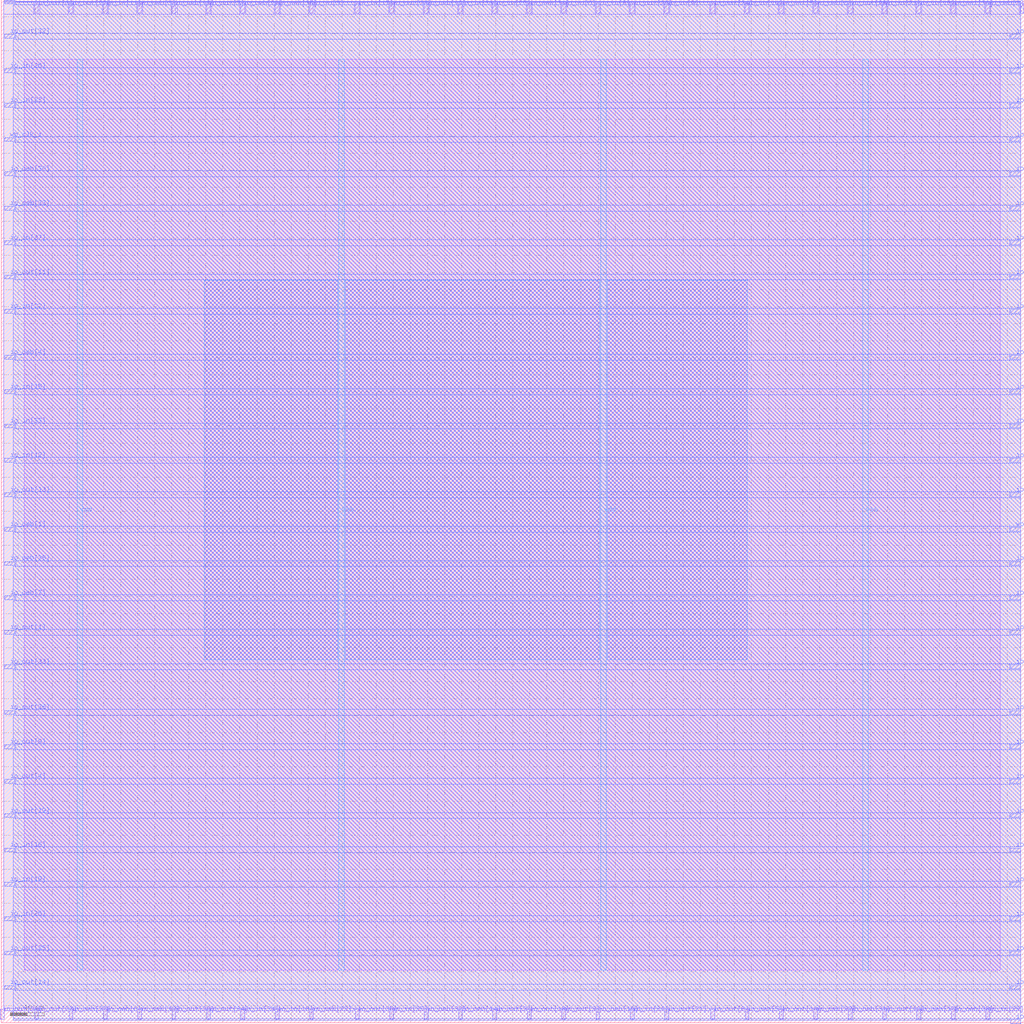
<source format=lef>
VERSION 5.7 ;
  NOWIREEXTENSIONATPIN ON ;
  DIVIDERCHAR "/" ;
  BUSBITCHARS "[]" ;
MACRO wrapped_vga_clock
  CLASS BLOCK ;
  FOREIGN wrapped_vga_clock ;
  ORIGIN 0.000 0.000 ;
  SIZE 300.000 BY 300.000 ;
  PIN io_in[0]
    DIRECTION INPUT ;
    USE SIGNAL ;
    PORT
      LAYER Metal3 ;
        RECT 296.000 288.680 299.000 289.800 ;
    END
  END io_in[0]
  PIN io_in[10]
    DIRECTION INPUT ;
    USE SIGNAL ;
    PORT
      LAYER Metal3 ;
        RECT 296.000 70.280 299.000 71.400 ;
    END
  END io_in[10]
  PIN io_in[11]
    DIRECTION INPUT ;
    USE SIGNAL ;
    PORT
      LAYER Metal2 ;
        RECT 29.960 296.000 31.080 299.000 ;
    END
  END io_in[11]
  PIN io_in[12]
    DIRECTION INPUT ;
    USE SIGNAL ;
    PORT
      LAYER Metal3 ;
        RECT 1.000 164.360 4.000 165.480 ;
    END
  END io_in[12]
  PIN io_in[13]
    DIRECTION INPUT ;
    USE SIGNAL ;
    PORT
      LAYER Metal2 ;
        RECT 268.520 296.000 269.640 299.000 ;
    END
  END io_in[13]
  PIN io_in[14]
    DIRECTION INPUT ;
    USE SIGNAL ;
    PORT
      LAYER Metal2 ;
        RECT 218.120 296.000 219.240 299.000 ;
    END
  END io_in[14]
  PIN io_in[15]
    DIRECTION INPUT ;
    USE SIGNAL ;
    PORT
      LAYER Metal3 ;
        RECT 1.000 184.520 4.000 185.640 ;
    END
  END io_in[15]
  PIN io_in[16]
    DIRECTION INPUT ;
    USE SIGNAL ;
    PORT
      LAYER Metal3 ;
        RECT 1.000 50.120 4.000 51.240 ;
    END
  END io_in[16]
  PIN io_in[17]
    DIRECTION INPUT ;
    USE SIGNAL ;
    PORT
      LAYER Metal2 ;
        RECT 103.880 296.000 105.000 299.000 ;
    END
  END io_in[17]
  PIN io_in[18]
    DIRECTION INPUT ;
    USE SIGNAL ;
    PORT
      LAYER Metal2 ;
        RECT 80.360 1.000 81.480 4.000 ;
    END
  END io_in[18]
  PIN io_in[19]
    DIRECTION INPUT ;
    USE SIGNAL ;
    PORT
      LAYER Metal3 ;
        RECT 1.000 40.040 4.000 41.160 ;
    END
  END io_in[19]
  PIN io_in[1]
    DIRECTION INPUT ;
    USE SIGNAL ;
    PORT
      LAYER Metal3 ;
        RECT 296.000 268.520 299.000 269.640 ;
    END
  END io_in[1]
  PIN io_in[20]
    DIRECTION INPUT ;
    USE SIGNAL ;
    PORT
      LAYER Metal3 ;
        RECT 296.000 9.800 299.000 10.920 ;
    END
  END io_in[20]
  PIN io_in[21]
    DIRECTION INPUT ;
    USE SIGNAL ;
    PORT
      LAYER Metal2 ;
        RECT 258.440 296.000 259.560 299.000 ;
    END
  END io_in[21]
  PIN io_in[22]
    DIRECTION INPUT ;
    USE SIGNAL ;
    PORT
      LAYER Metal3 ;
        RECT 1.000 208.040 4.000 209.160 ;
    END
  END io_in[22]
  PIN io_in[23]
    DIRECTION INPUT ;
    USE SIGNAL ;
    PORT
      LAYER Metal3 ;
        RECT 1.000 268.520 4.000 269.640 ;
    END
  END io_in[23]
  PIN io_in[24]
    DIRECTION INPUT ;
    USE SIGNAL ;
    PORT
      LAYER Metal3 ;
        RECT 296.000 134.120 299.000 135.240 ;
    END
  END io_in[24]
  PIN io_in[25]
    DIRECTION INPUT ;
    USE SIGNAL ;
    PORT
      LAYER Metal3 ;
        RECT 1.000 29.960 4.000 31.080 ;
    END
  END io_in[25]
  PIN io_in[26]
    DIRECTION INPUT ;
    USE SIGNAL ;
    PORT
      LAYER Metal3 ;
        RECT 1.000 278.600 4.000 279.720 ;
    END
  END io_in[26]
  PIN io_in[27]
    DIRECTION INPUT ;
    USE SIGNAL ;
    PORT
      LAYER Metal2 ;
        RECT 144.200 296.000 145.320 299.000 ;
    END
  END io_in[27]
  PIN io_in[28]
    DIRECTION INPUT ;
    USE SIGNAL ;
    PORT
      LAYER Metal3 ;
        RECT 296.000 278.600 299.000 279.720 ;
    END
  END io_in[28]
  PIN io_in[29]
    DIRECTION INPUT ;
    USE SIGNAL ;
    PORT
      LAYER Metal2 ;
        RECT 288.680 1.000 289.800 4.000 ;
    END
  END io_in[29]
  PIN io_in[2]
    DIRECTION INPUT ;
    USE SIGNAL ;
    PORT
      LAYER Metal3 ;
        RECT 296.000 90.440 299.000 91.560 ;
    END
  END io_in[2]
  PIN io_in[30]
    DIRECTION INPUT ;
    USE SIGNAL ;
    PORT
      LAYER Metal2 ;
        RECT 134.120 296.000 135.240 299.000 ;
    END
  END io_in[30]
  PIN io_in[31]
    DIRECTION INPUT ;
    USE SIGNAL ;
    PORT
      LAYER Metal2 ;
        RECT 184.520 1.000 185.640 4.000 ;
    END
  END io_in[31]
  PIN io_in[32]
    DIRECTION INPUT ;
    USE SIGNAL ;
    PORT
      LAYER Metal3 ;
        RECT 296.000 154.280 299.000 155.400 ;
    END
  END io_in[32]
  PIN io_in[33]
    DIRECTION INPUT ;
    USE SIGNAL ;
    PORT
      LAYER Metal3 ;
        RECT 1.000 174.440 4.000 175.560 ;
    END
  END io_in[33]
  PIN io_in[34]
    DIRECTION INPUT ;
    USE SIGNAL ;
    PORT
      LAYER Metal2 ;
        RECT 70.280 1.000 71.400 4.000 ;
    END
  END io_in[34]
  PIN io_in[35]
    DIRECTION INPUT ;
    USE SIGNAL ;
    PORT
      LAYER Metal2 ;
        RECT 113.960 1.000 115.080 4.000 ;
    END
  END io_in[35]
  PIN io_in[36]
    DIRECTION INPUT ;
    USE SIGNAL ;
    PORT
      LAYER Metal3 ;
        RECT 296.000 29.960 299.000 31.080 ;
    END
  END io_in[36]
  PIN io_in[37]
    DIRECTION INPUT ;
    USE SIGNAL ;
    PORT
      LAYER Metal3 ;
        RECT 1.000 228.200 4.000 229.320 ;
    END
  END io_in[37]
  PIN io_in[3]
    DIRECTION INPUT ;
    USE SIGNAL ;
    PORT
      LAYER Metal2 ;
        RECT 90.440 296.000 91.560 299.000 ;
    END
  END io_in[3]
  PIN io_in[4]
    DIRECTION INPUT ;
    USE SIGNAL ;
    PORT
      LAYER Metal3 ;
        RECT 296.000 103.880 299.000 105.000 ;
    END
  END io_in[4]
  PIN io_in[5]
    DIRECTION INPUT ;
    USE SIGNAL ;
    PORT
      LAYER Metal3 ;
        RECT 296.000 164.360 299.000 165.480 ;
    END
  END io_in[5]
  PIN io_in[6]
    DIRECTION INPUT ;
    USE SIGNAL ;
    PORT
      LAYER Metal2 ;
        RECT 164.360 296.000 165.480 299.000 ;
    END
  END io_in[6]
  PIN io_in[7]
    DIRECTION INPUT ;
    USE SIGNAL ;
    PORT
      LAYER Metal3 ;
        RECT 296.000 124.040 299.000 125.160 ;
    END
  END io_in[7]
  PIN io_in[8]
    DIRECTION INPUT ;
    USE SIGNAL ;
    PORT
      LAYER Metal2 ;
        RECT 174.440 296.000 175.560 299.000 ;
    END
  END io_in[8]
  PIN io_in[9]
    DIRECTION INPUT ;
    USE SIGNAL ;
    PORT
      LAYER Metal2 ;
        RECT 194.600 296.000 195.720 299.000 ;
    END
  END io_in[9]
  PIN io_oeb[0]
    DIRECTION OUTPUT TRISTATE ;
    USE SIGNAL ;
    PORT
      LAYER Metal2 ;
        RECT 238.280 296.000 239.400 299.000 ;
    END
  END io_oeb[0]
  PIN io_oeb[10]
    DIRECTION OUTPUT TRISTATE ;
    USE SIGNAL ;
    PORT
      LAYER Metal2 ;
        RECT 298.760 296.000 299.880 299.000 ;
    END
  END io_oeb[10]
  PIN io_oeb[11]
    DIRECTION OUTPUT TRISTATE ;
    USE SIGNAL ;
    PORT
      LAYER Metal3 ;
        RECT 296.000 248.360 299.000 249.480 ;
    END
  END io_oeb[11]
  PIN io_oeb[12]
    DIRECTION OUTPUT TRISTATE ;
    USE SIGNAL ;
    PORT
      LAYER Metal2 ;
        RECT 40.040 1.000 41.160 4.000 ;
    END
  END io_oeb[12]
  PIN io_oeb[13]
    DIRECTION OUTPUT TRISTATE ;
    USE SIGNAL ;
    PORT
      LAYER Metal2 ;
        RECT 50.120 296.000 51.240 299.000 ;
    END
  END io_oeb[13]
  PIN io_oeb[14]
    DIRECTION OUTPUT TRISTATE ;
    USE SIGNAL ;
    PORT
      LAYER Metal2 ;
        RECT 134.120 1.000 135.240 4.000 ;
    END
  END io_oeb[14]
  PIN io_oeb[15]
    DIRECTION OUTPUT TRISTATE ;
    USE SIGNAL ;
    PORT
      LAYER Metal2 ;
        RECT 174.440 1.000 175.560 4.000 ;
    END
  END io_oeb[15]
  PIN io_oeb[16]
    DIRECTION OUTPUT TRISTATE ;
    USE SIGNAL ;
    PORT
      LAYER Metal3 ;
        RECT 296.000 258.440 299.000 259.560 ;
    END
  END io_oeb[16]
  PIN io_oeb[17]
    DIRECTION OUTPUT TRISTATE ;
    USE SIGNAL ;
    PORT
      LAYER Metal2 ;
        RECT 268.520 1.000 269.640 4.000 ;
    END
  END io_oeb[17]
  PIN io_oeb[18]
    DIRECTION OUTPUT TRISTATE ;
    USE SIGNAL ;
    PORT
      LAYER Metal3 ;
        RECT 296.000 194.600 299.000 195.720 ;
    END
  END io_oeb[18]
  PIN io_oeb[19]
    DIRECTION OUTPUT TRISTATE ;
    USE SIGNAL ;
    PORT
      LAYER Metal2 ;
        RECT 124.040 296.000 125.160 299.000 ;
    END
  END io_oeb[19]
  PIN io_oeb[1]
    DIRECTION OUTPUT TRISTATE ;
    USE SIGNAL ;
    PORT
      LAYER Metal3 ;
        RECT 1.000 144.200 4.000 145.320 ;
    END
  END io_oeb[1]
  PIN io_oeb[20]
    DIRECTION OUTPUT TRISTATE ;
    USE SIGNAL ;
    PORT
      LAYER Metal2 ;
        RECT 70.280 296.000 71.400 299.000 ;
    END
  END io_oeb[20]
  PIN io_oeb[21]
    DIRECTION OUTPUT TRISTATE ;
    USE SIGNAL ;
    PORT
      LAYER Metal2 ;
        RECT 154.280 296.000 155.400 299.000 ;
    END
  END io_oeb[21]
  PIN io_oeb[22]
    DIRECTION OUTPUT TRISTATE ;
    USE SIGNAL ;
    PORT
      LAYER Metal2 ;
        RECT 238.280 1.000 239.400 4.000 ;
    END
  END io_oeb[22]
  PIN io_oeb[23]
    DIRECTION OUTPUT TRISTATE ;
    USE SIGNAL ;
    PORT
      LAYER Metal2 ;
        RECT 90.440 1.000 91.560 4.000 ;
    END
  END io_oeb[23]
  PIN io_oeb[24]
    DIRECTION OUTPUT TRISTATE ;
    USE SIGNAL ;
    PORT
      LAYER Metal3 ;
        RECT 296.000 80.360 299.000 81.480 ;
    END
  END io_oeb[24]
  PIN io_oeb[25]
    DIRECTION OUTPUT TRISTATE ;
    USE SIGNAL ;
    PORT
      LAYER Metal2 ;
        RECT 80.360 296.000 81.480 299.000 ;
    END
  END io_oeb[25]
  PIN io_oeb[26]
    DIRECTION OUTPUT TRISTATE ;
    USE SIGNAL ;
    PORT
      LAYER Metal3 ;
        RECT 296.000 208.040 299.000 209.160 ;
    END
  END io_oeb[26]
  PIN io_oeb[27]
    DIRECTION OUTPUT TRISTATE ;
    USE SIGNAL ;
    PORT
      LAYER Metal2 ;
        RECT 19.880 1.000 21.000 4.000 ;
    END
  END io_oeb[27]
  PIN io_oeb[28]
    DIRECTION OUTPUT TRISTATE ;
    USE SIGNAL ;
    PORT
      LAYER Metal2 ;
        RECT 278.600 1.000 279.720 4.000 ;
    END
  END io_oeb[28]
  PIN io_oeb[29]
    DIRECTION OUTPUT TRISTATE ;
    USE SIGNAL ;
    PORT
      LAYER Metal3 ;
        RECT 296.000 60.200 299.000 61.320 ;
    END
  END io_oeb[29]
  PIN io_oeb[2]
    DIRECTION OUTPUT TRISTATE ;
    USE SIGNAL ;
    PORT
      LAYER Metal2 ;
        RECT 288.680 296.000 289.800 299.000 ;
    END
  END io_oeb[2]
  PIN io_oeb[30]
    DIRECTION OUTPUT TRISTATE ;
    USE SIGNAL ;
    PORT
      LAYER Metal3 ;
        RECT 1.000 248.360 4.000 249.480 ;
    END
  END io_oeb[30]
  PIN io_oeb[31]
    DIRECTION OUTPUT TRISTATE ;
    USE SIGNAL ;
    PORT
      LAYER Metal2 ;
        RECT 248.360 1.000 249.480 4.000 ;
    END
  END io_oeb[31]
  PIN io_oeb[32]
    DIRECTION OUTPUT TRISTATE ;
    USE SIGNAL ;
    PORT
      LAYER Metal2 ;
        RECT 124.040 1.000 125.160 4.000 ;
    END
  END io_oeb[32]
  PIN io_oeb[33]
    DIRECTION OUTPUT TRISTATE ;
    USE SIGNAL ;
    PORT
      LAYER Metal3 ;
        RECT 1.000 238.280 4.000 239.400 ;
    END
  END io_oeb[33]
  PIN io_oeb[34]
    DIRECTION OUTPUT TRISTATE ;
    USE SIGNAL ;
    PORT
      LAYER Metal3 ;
        RECT 296.000 228.200 299.000 229.320 ;
    END
  END io_oeb[34]
  PIN io_oeb[35]
    DIRECTION OUTPUT TRISTATE ;
    USE SIGNAL ;
    PORT
      LAYER Metal3 ;
        RECT 1.000 134.120 4.000 135.240 ;
    END
  END io_oeb[35]
  PIN io_oeb[36]
    DIRECTION OUTPUT TRISTATE ;
    USE SIGNAL ;
    PORT
      LAYER Metal3 ;
        RECT 296.000 19.880 299.000 21.000 ;
    END
  END io_oeb[36]
  PIN io_oeb[37]
    DIRECTION OUTPUT TRISTATE ;
    USE SIGNAL ;
    PORT
      LAYER Metal3 ;
        RECT 1.000 298.760 4.000 299.880 ;
    END
  END io_oeb[37]
  PIN io_oeb[3]
    DIRECTION OUTPUT TRISTATE ;
    USE SIGNAL ;
    PORT
      LAYER Metal2 ;
        RECT 40.040 296.000 41.160 299.000 ;
    END
  END io_oeb[3]
  PIN io_oeb[4]
    DIRECTION OUTPUT TRISTATE ;
    USE SIGNAL ;
    PORT
      LAYER Metal3 ;
        RECT 1.000 194.600 4.000 195.720 ;
    END
  END io_oeb[4]
  PIN io_oeb[5]
    DIRECTION OUTPUT TRISTATE ;
    USE SIGNAL ;
    PORT
      LAYER Metal2 ;
        RECT 218.120 1.000 219.240 4.000 ;
    END
  END io_oeb[5]
  PIN io_oeb[6]
    DIRECTION OUTPUT TRISTATE ;
    USE SIGNAL ;
    PORT
      LAYER Metal2 ;
        RECT 29.960 1.000 31.080 4.000 ;
    END
  END io_oeb[6]
  PIN io_oeb[7]
    DIRECTION OUTPUT TRISTATE ;
    USE SIGNAL ;
    PORT
      LAYER Metal3 ;
        RECT 1.000 124.040 4.000 125.160 ;
    END
  END io_oeb[7]
  PIN io_oeb[8]
    DIRECTION OUTPUT TRISTATE ;
    USE SIGNAL ;
    PORT
      LAYER Metal3 ;
        RECT 296.000 -0.280 299.000 0.840 ;
    END
  END io_oeb[8]
  PIN io_oeb[9]
    DIRECTION OUTPUT TRISTATE ;
    USE SIGNAL ;
    PORT
      LAYER Metal3 ;
        RECT 296.000 174.440 299.000 175.560 ;
    END
  END io_oeb[9]
  PIN io_out[0]
    DIRECTION OUTPUT TRISTATE ;
    USE SIGNAL ;
    PORT
      LAYER Metal3 ;
        RECT 296.000 113.960 299.000 115.080 ;
    END
  END io_out[0]
  PIN io_out[10]
    DIRECTION OUTPUT TRISTATE ;
    USE SIGNAL ;
    PORT
      LAYER Metal2 ;
        RECT 228.200 1.000 229.320 4.000 ;
    END
  END io_out[10]
  PIN io_out[11]
    DIRECTION OUTPUT TRISTATE ;
    USE SIGNAL ;
    PORT
      LAYER Metal3 ;
        RECT 1.000 218.120 4.000 219.240 ;
    END
  END io_out[11]
  PIN io_out[12]
    DIRECTION OUTPUT TRISTATE ;
    USE SIGNAL ;
    PORT
      LAYER Metal3 ;
        RECT 296.000 50.120 299.000 51.240 ;
    END
  END io_out[12]
  PIN io_out[13]
    DIRECTION OUTPUT TRISTATE ;
    USE SIGNAL ;
    PORT
      LAYER Metal3 ;
        RECT 1.000 154.280 4.000 155.400 ;
    END
  END io_out[13]
  PIN io_out[14]
    DIRECTION OUTPUT TRISTATE ;
    USE SIGNAL ;
    PORT
      LAYER Metal3 ;
        RECT 1.000 9.800 4.000 10.920 ;
    END
  END io_out[14]
  PIN io_out[15]
    DIRECTION OUTPUT TRISTATE ;
    USE SIGNAL ;
    PORT
      LAYER Metal3 ;
        RECT 296.000 218.120 299.000 219.240 ;
    END
  END io_out[15]
  PIN io_out[16]
    DIRECTION OUTPUT TRISTATE ;
    USE SIGNAL ;
    PORT
      LAYER Metal2 ;
        RECT 258.440 1.000 259.560 4.000 ;
    END
  END io_out[16]
  PIN io_out[17]
    DIRECTION OUTPUT TRISTATE ;
    USE SIGNAL ;
    PORT
      LAYER Metal3 ;
        RECT 296.000 238.280 299.000 239.400 ;
    END
  END io_out[17]
  PIN io_out[18]
    DIRECTION OUTPUT TRISTATE ;
    USE SIGNAL ;
    PORT
      LAYER Metal2 ;
        RECT 154.280 1.000 155.400 4.000 ;
    END
  END io_out[18]
  PIN io_out[19]
    DIRECTION OUTPUT TRISTATE ;
    USE SIGNAL ;
    PORT
      LAYER Metal3 ;
        RECT 1.000 60.200 4.000 61.320 ;
    END
  END io_out[19]
  PIN io_out[1]
    DIRECTION OUTPUT TRISTATE ;
    USE SIGNAL ;
    PORT
      LAYER Metal3 ;
        RECT 1.000 113.960 4.000 115.080 ;
    END
  END io_out[1]
  PIN io_out[20]
    DIRECTION OUTPUT TRISTATE ;
    USE SIGNAL ;
    PORT
      LAYER Metal2 ;
        RECT -0.280 1.000 0.840 4.000 ;
    END
  END io_out[20]
  PIN io_out[21]
    DIRECTION OUTPUT TRISTATE ;
    USE SIGNAL ;
    PORT
      LAYER Metal2 ;
        RECT 194.600 1.000 195.720 4.000 ;
    END
  END io_out[21]
  PIN io_out[22]
    DIRECTION OUTPUT TRISTATE ;
    USE SIGNAL ;
    PORT
      LAYER Metal2 ;
        RECT 19.880 296.000 21.000 299.000 ;
    END
  END io_out[22]
  PIN io_out[23]
    DIRECTION OUTPUT TRISTATE ;
    USE SIGNAL ;
    PORT
      LAYER Metal2 ;
        RECT 113.960 296.000 115.080 299.000 ;
    END
  END io_out[23]
  PIN io_out[24]
    DIRECTION OUTPUT TRISTATE ;
    USE SIGNAL ;
    PORT
      LAYER Metal2 ;
        RECT 208.040 296.000 209.160 299.000 ;
    END
  END io_out[24]
  PIN io_out[25]
    DIRECTION OUTPUT TRISTATE ;
    USE SIGNAL ;
    PORT
      LAYER Metal3 ;
        RECT 1.000 19.880 4.000 21.000 ;
    END
  END io_out[25]
  PIN io_out[26]
    DIRECTION OUTPUT TRISTATE ;
    USE SIGNAL ;
    PORT
      LAYER Metal2 ;
        RECT 50.120 1.000 51.240 4.000 ;
    END
  END io_out[26]
  PIN io_out[27]
    DIRECTION OUTPUT TRISTATE ;
    USE SIGNAL ;
    PORT
      LAYER Metal2 ;
        RECT 9.800 1.000 10.920 4.000 ;
    END
  END io_out[27]
  PIN io_out[28]
    DIRECTION OUTPUT TRISTATE ;
    USE SIGNAL ;
    PORT
      LAYER Metal2 ;
        RECT 248.360 296.000 249.480 299.000 ;
    END
  END io_out[28]
  PIN io_out[29]
    DIRECTION OUTPUT TRISTATE ;
    USE SIGNAL ;
    PORT
      LAYER Metal2 ;
        RECT 184.520 296.000 185.640 299.000 ;
    END
  END io_out[29]
  PIN io_out[2]
    DIRECTION OUTPUT TRISTATE ;
    USE SIGNAL ;
    PORT
      LAYER Metal2 ;
        RECT 144.200 1.000 145.320 4.000 ;
    END
  END io_out[2]
  PIN io_out[30]
    DIRECTION OUTPUT TRISTATE ;
    USE SIGNAL ;
    PORT
      LAYER Metal2 ;
        RECT 278.600 296.000 279.720 299.000 ;
    END
  END io_out[30]
  PIN io_out[31]
    DIRECTION OUTPUT TRISTATE ;
    USE SIGNAL ;
    PORT
      LAYER Metal3 ;
        RECT 296.000 40.040 299.000 41.160 ;
    END
  END io_out[31]
  PIN io_out[32]
    DIRECTION OUTPUT TRISTATE ;
    USE SIGNAL ;
    PORT
      LAYER Metal3 ;
        RECT 1.000 288.680 4.000 289.800 ;
    END
  END io_out[32]
  PIN io_out[33]
    DIRECTION OUTPUT TRISTATE ;
    USE SIGNAL ;
    PORT
      LAYER Metal3 ;
        RECT 1.000 103.880 4.000 105.000 ;
    END
  END io_out[33]
  PIN io_out[34]
    DIRECTION OUTPUT TRISTATE ;
    USE SIGNAL ;
    PORT
      LAYER Metal2 ;
        RECT 60.200 1.000 61.320 4.000 ;
    END
  END io_out[34]
  PIN io_out[35]
    DIRECTION OUTPUT TRISTATE ;
    USE SIGNAL ;
    PORT
      LAYER Metal2 ;
        RECT 103.880 1.000 105.000 4.000 ;
    END
  END io_out[35]
  PIN io_out[36]
    DIRECTION OUTPUT TRISTATE ;
    USE SIGNAL ;
    PORT
      LAYER Metal3 ;
        RECT 1.000 90.440 4.000 91.560 ;
    END
  END io_out[36]
  PIN io_out[37]
    DIRECTION OUTPUT TRISTATE ;
    USE SIGNAL ;
    PORT
      LAYER Metal3 ;
        RECT 296.000 184.520 299.000 185.640 ;
    END
  END io_out[37]
  PIN io_out[3]
    DIRECTION OUTPUT TRISTATE ;
    USE SIGNAL ;
    PORT
      LAYER Metal2 ;
        RECT 164.360 1.000 165.480 4.000 ;
    END
  END io_out[3]
  PIN io_out[4]
    DIRECTION OUTPUT TRISTATE ;
    USE SIGNAL ;
    PORT
      LAYER Metal3 ;
        RECT 1.000 70.280 4.000 71.400 ;
    END
  END io_out[4]
  PIN io_out[5]
    DIRECTION OUTPUT TRISTATE ;
    USE SIGNAL ;
    PORT
      LAYER Metal2 ;
        RECT 228.200 296.000 229.320 299.000 ;
    END
  END io_out[5]
  PIN io_out[6]
    DIRECTION OUTPUT TRISTATE ;
    USE SIGNAL ;
    PORT
      LAYER Metal2 ;
        RECT 9.800 296.000 10.920 299.000 ;
    END
  END io_out[6]
  PIN io_out[7]
    DIRECTION OUTPUT TRISTATE ;
    USE SIGNAL ;
    PORT
      LAYER Metal2 ;
        RECT 60.200 296.000 61.320 299.000 ;
    END
  END io_out[7]
  PIN io_out[8]
    DIRECTION OUTPUT TRISTATE ;
    USE SIGNAL ;
    PORT
      LAYER Metal2 ;
        RECT 208.040 1.000 209.160 4.000 ;
    END
  END io_out[8]
  PIN io_out[9]
    DIRECTION OUTPUT TRISTATE ;
    USE SIGNAL ;
    PORT
      LAYER Metal3 ;
        RECT 1.000 80.360 4.000 81.480 ;
    END
  END io_out[9]
  PIN vdd
    DIRECTION INOUT ;
    USE POWER ;
    PORT
      LAYER Metal4 ;
        RECT 22.240 15.380 23.840 282.540 ;
    END
    PORT
      LAYER Metal4 ;
        RECT 175.840 15.380 177.440 282.540 ;
    END
  END vdd
  PIN vss
    DIRECTION INOUT ;
    USE GROUND ;
    PORT
      LAYER Metal4 ;
        RECT 99.040 15.380 100.640 282.540 ;
    END
    PORT
      LAYER Metal4 ;
        RECT 252.640 15.380 254.240 282.540 ;
    END
  END vss
  PIN wb_clk_i
    DIRECTION INPUT ;
    USE SIGNAL ;
    PORT
      LAYER Metal3 ;
        RECT 1.000 258.440 4.000 259.560 ;
    END
  END wb_clk_i
  PIN wb_rst_i
    DIRECTION INPUT ;
    USE SIGNAL ;
    PORT
      LAYER Metal3 ;
        RECT 296.000 144.200 299.000 145.320 ;
    END
  END wb_rst_i
  OBS
      LAYER Metal1 ;
        RECT 6.720 15.380 292.880 282.540 ;
      LAYER Metal2 ;
        RECT 0.700 299.300 298.900 299.510 ;
        RECT 0.700 295.700 9.500 299.300 ;
        RECT 11.220 295.700 19.580 299.300 ;
        RECT 21.300 295.700 29.660 299.300 ;
        RECT 31.380 295.700 39.740 299.300 ;
        RECT 41.460 295.700 49.820 299.300 ;
        RECT 51.540 295.700 59.900 299.300 ;
        RECT 61.620 295.700 69.980 299.300 ;
        RECT 71.700 295.700 80.060 299.300 ;
        RECT 81.780 295.700 90.140 299.300 ;
        RECT 91.860 295.700 103.580 299.300 ;
        RECT 105.300 295.700 113.660 299.300 ;
        RECT 115.380 295.700 123.740 299.300 ;
        RECT 125.460 295.700 133.820 299.300 ;
        RECT 135.540 295.700 143.900 299.300 ;
        RECT 145.620 295.700 153.980 299.300 ;
        RECT 155.700 295.700 164.060 299.300 ;
        RECT 165.780 295.700 174.140 299.300 ;
        RECT 175.860 295.700 184.220 299.300 ;
        RECT 185.940 295.700 194.300 299.300 ;
        RECT 196.020 295.700 207.740 299.300 ;
        RECT 209.460 295.700 217.820 299.300 ;
        RECT 219.540 295.700 227.900 299.300 ;
        RECT 229.620 295.700 237.980 299.300 ;
        RECT 239.700 295.700 248.060 299.300 ;
        RECT 249.780 295.700 258.140 299.300 ;
        RECT 259.860 295.700 268.220 299.300 ;
        RECT 269.940 295.700 278.300 299.300 ;
        RECT 280.020 295.700 288.380 299.300 ;
        RECT 290.100 295.700 298.460 299.300 ;
        RECT 0.700 4.300 298.900 295.700 ;
        RECT 1.140 3.500 9.500 4.300 ;
        RECT 11.220 3.500 19.580 4.300 ;
        RECT 21.300 3.500 29.660 4.300 ;
        RECT 31.380 3.500 39.740 4.300 ;
        RECT 41.460 3.500 49.820 4.300 ;
        RECT 51.540 3.500 59.900 4.300 ;
        RECT 61.620 3.500 69.980 4.300 ;
        RECT 71.700 3.500 80.060 4.300 ;
        RECT 81.780 3.500 90.140 4.300 ;
        RECT 91.860 3.500 103.580 4.300 ;
        RECT 105.300 3.500 113.660 4.300 ;
        RECT 115.380 3.500 123.740 4.300 ;
        RECT 125.460 3.500 133.820 4.300 ;
        RECT 135.540 3.500 143.900 4.300 ;
        RECT 145.620 3.500 153.980 4.300 ;
        RECT 155.700 3.500 164.060 4.300 ;
        RECT 165.780 3.500 174.140 4.300 ;
        RECT 175.860 3.500 184.220 4.300 ;
        RECT 185.940 3.500 194.300 4.300 ;
        RECT 196.020 3.500 207.740 4.300 ;
        RECT 209.460 3.500 217.820 4.300 ;
        RECT 219.540 3.500 227.900 4.300 ;
        RECT 229.620 3.500 237.980 4.300 ;
        RECT 239.700 3.500 248.060 4.300 ;
        RECT 249.780 3.500 258.140 4.300 ;
        RECT 259.860 3.500 268.220 4.300 ;
        RECT 269.940 3.500 278.300 4.300 ;
        RECT 280.020 3.500 288.380 4.300 ;
        RECT 290.100 3.500 298.900 4.300 ;
      LAYER Metal3 ;
        RECT 4.300 298.460 298.950 299.460 ;
        RECT 3.500 290.100 298.950 298.460 ;
        RECT 4.300 288.380 295.700 290.100 ;
        RECT 3.500 280.020 298.950 288.380 ;
        RECT 4.300 278.300 295.700 280.020 ;
        RECT 3.500 269.940 298.950 278.300 ;
        RECT 4.300 268.220 295.700 269.940 ;
        RECT 3.500 259.860 298.950 268.220 ;
        RECT 4.300 258.140 295.700 259.860 ;
        RECT 3.500 249.780 298.950 258.140 ;
        RECT 4.300 248.060 295.700 249.780 ;
        RECT 3.500 239.700 298.950 248.060 ;
        RECT 4.300 237.980 295.700 239.700 ;
        RECT 3.500 229.620 298.950 237.980 ;
        RECT 4.300 227.900 295.700 229.620 ;
        RECT 3.500 219.540 298.950 227.900 ;
        RECT 4.300 217.820 295.700 219.540 ;
        RECT 3.500 209.460 298.950 217.820 ;
        RECT 4.300 207.740 295.700 209.460 ;
        RECT 3.500 196.020 298.950 207.740 ;
        RECT 4.300 194.300 295.700 196.020 ;
        RECT 3.500 185.940 298.950 194.300 ;
        RECT 4.300 184.220 295.700 185.940 ;
        RECT 3.500 175.860 298.950 184.220 ;
        RECT 4.300 174.140 295.700 175.860 ;
        RECT 3.500 165.780 298.950 174.140 ;
        RECT 4.300 164.060 295.700 165.780 ;
        RECT 3.500 155.700 298.950 164.060 ;
        RECT 4.300 153.980 295.700 155.700 ;
        RECT 3.500 145.620 298.950 153.980 ;
        RECT 4.300 143.900 295.700 145.620 ;
        RECT 3.500 135.540 298.950 143.900 ;
        RECT 4.300 133.820 295.700 135.540 ;
        RECT 3.500 125.460 298.950 133.820 ;
        RECT 4.300 123.740 295.700 125.460 ;
        RECT 3.500 115.380 298.950 123.740 ;
        RECT 4.300 113.660 295.700 115.380 ;
        RECT 3.500 105.300 298.950 113.660 ;
        RECT 4.300 103.580 295.700 105.300 ;
        RECT 3.500 91.860 298.950 103.580 ;
        RECT 4.300 90.140 295.700 91.860 ;
        RECT 3.500 81.780 298.950 90.140 ;
        RECT 4.300 80.060 295.700 81.780 ;
        RECT 3.500 71.700 298.950 80.060 ;
        RECT 4.300 69.980 295.700 71.700 ;
        RECT 3.500 61.620 298.950 69.980 ;
        RECT 4.300 59.900 295.700 61.620 ;
        RECT 3.500 51.540 298.950 59.900 ;
        RECT 4.300 49.820 295.700 51.540 ;
        RECT 3.500 41.460 298.950 49.820 ;
        RECT 4.300 39.740 295.700 41.460 ;
        RECT 3.500 31.380 298.950 39.740 ;
        RECT 4.300 29.660 295.700 31.380 ;
        RECT 3.500 21.300 298.950 29.660 ;
        RECT 4.300 19.580 295.700 21.300 ;
        RECT 3.500 11.220 298.950 19.580 ;
        RECT 4.300 9.500 295.700 11.220 ;
        RECT 3.500 1.140 298.950 9.500 ;
        RECT 3.500 0.700 295.700 1.140 ;
      LAYER Metal4 ;
        RECT 59.500 106.490 98.740 217.750 ;
        RECT 100.940 106.490 175.540 217.750 ;
        RECT 177.740 106.490 218.820 217.750 ;
  END
END wrapped_vga_clock
END LIBRARY


</source>
